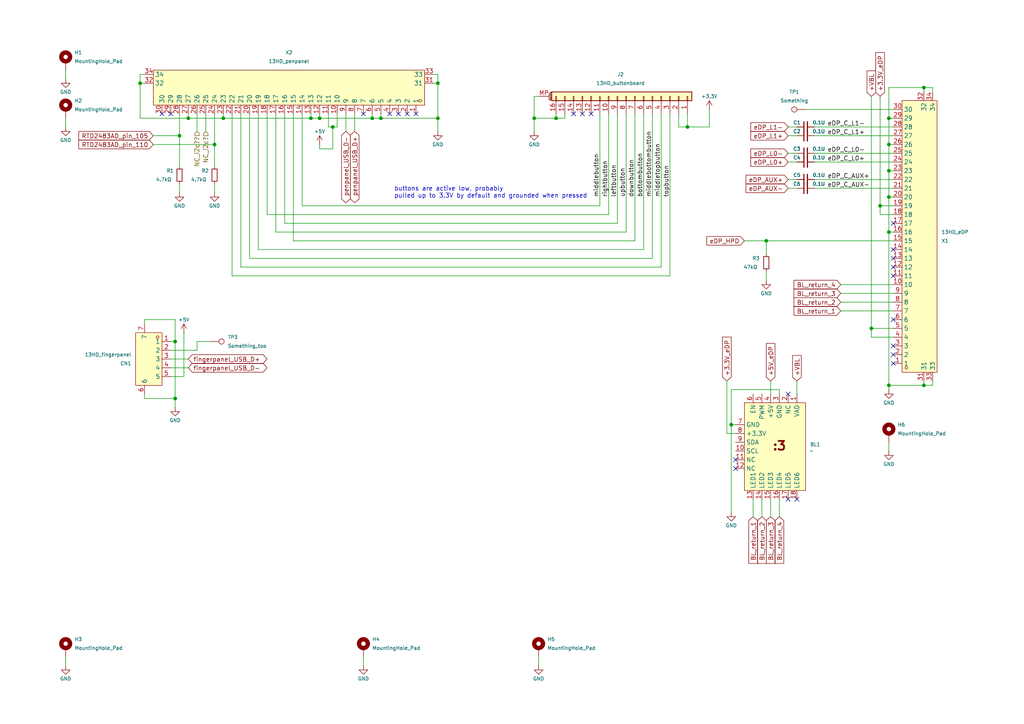
<source format=kicad_sch>
(kicad_sch (version 20231120) (generator "eeschema") (generator_version "8.0")
  (paper "A4")
  (lib_symbols
    (symbol "A_my_stuff:30pipex"
      (property "Reference" "X?" (at 0 46.99 0))
      (property "Value" "30pipex" (at 0 -46.99 0))
      (symbol "30pipex_0_1"
        (rectangle (start -2.54 39.37) (end 7.62 -39.37) (fill (type background)))
        (circle (center -1.27 38.1) (radius 0.38))
        (pin unspecified line (at -5.08 36.83 0) (length 2.54) (name "1") (number "1"))
        (pin unspecified line (at -5.08 13.97 0) (length 2.54) (name "10") (number "10"))
        (pin unspecified line (at -5.08 11.43 0) (length 2.54) (name "11") (number "11"))
        (pin unspecified line (at -5.08 8.89 0) (length 2.54) (name "12") (number "12"))
        (pin unspecified line (at -5.08 6.35 0) (length 2.54) (name "13") (number "13"))
        (pin unspecified line (at -5.08 3.81 0) (length 2.54) (name "14") (number "14"))
        (pin unspecified line (at -5.08 1.27 0) (length 2.54) (name "15") (number "15"))
        (pin unspecified line (at -5.08 -1.27 0) (length 2.54) (name "16") (number "16"))
        (pin unspecified line (at -5.08 -3.81 0) (length 2.54) (name "17") (number "17"))
        (pin unspecified line (at -5.08 -6.35 0) (length 2.54) (name "18") (number "18"))
        (pin unspecified line (at -5.08 -8.89 0) (length 2.54) (name "19") (number "19"))
        (pin unspecified line (at -5.08 34.29 0) (length 2.54) (name "2") (number "2"))
        (pin unspecified line (at -5.08 -11.43 0) (length 2.54) (name "20") (number "20"))
        (pin unspecified line (at -5.08 -13.97 0) (length 2.54) (name "21") (number "21"))
        (pin unspecified line (at -5.08 -16.51 0) (length 2.54) (name "22") (number "22"))
        (pin unspecified line (at -5.08 -19.05 0) (length 2.54) (name "23") (number "23"))
        (pin unspecified line (at -5.08 -21.59 0) (length 2.54) (name "24") (number "24"))
        (pin unspecified line (at -5.08 -24.13 0) (length 2.54) (name "25") (number "25"))
        (pin unspecified line (at -5.08 -26.67 0) (length 2.54) (name "26") (number "26"))
        (pin unspecified line (at -5.08 -29.21 0) (length 2.54) (name "27") (number "27"))
        (pin unspecified line (at -5.08 -31.75 0) (length 2.54) (name "28") (number "28"))
        (pin unspecified line (at -5.08 -34.29 0) (length 2.54) (name "29") (number "29"))
        (pin unspecified line (at -5.08 31.75 0) (length 2.54) (name "3") (number "3"))
        (pin unspecified line (at -5.08 -36.83 0) (length 2.54) (name "30") (number "30"))
        (pin unspecified line (at 3.81 41.91 270) (length 2.54) (name "31") (number "31"))
        (pin unspecified line (at 3.81 -41.91 90) (length 2.54) (name "32") (number "32"))
        (pin unspecified line (at 6.35 41.91 270) (length 2.54) (name "33") (number "33"))
        (pin unspecified line (at 6.35 -41.91 90) (length 2.54) (name "34") (number "34"))
        (pin unspecified line (at -5.08 29.21 0) (length 2.54) (name "4") (number "4"))
        (pin unspecified line (at -5.08 26.67 0) (length 2.54) (name "5") (number "5"))
        (pin unspecified line (at -5.08 24.13 0) (length 2.54) (name "6") (number "6"))
        (pin unspecified line (at -5.08 21.59 0) (length 2.54) (name "7") (number "7"))
        (pin unspecified line (at -5.08 19.05 0) (length 2.54) (name "8") (number "8"))
        (pin unspecified line (at -5.08 16.51 0) (length 2.54) (name "9") (number "9"))
      )
    )
    (symbol "A_my_stuff:koyomi-backlight"
      (property "Reference" "BL" (at 11.684 1.016 0))
      (symbol "koyomi-backlight_0_1"
        (rectangle (start -7.62 12.7) (end 10.16 -12.7) (fill (type background)))
      )
      (symbol "koyomi-backlight_1_1"
        (text ":3" (at 2.54 0.254 0) (effects (font (size 2.54 2.54) (bold yes))))
        (pin unspecified line (at 7.62 15.24 270) (length 2.54) (name "VAD") (number "1"))
        (pin unspecified line (at -10.16 -1.27 0) (length 2.54) (name "SCL") (number "10"))
        (pin unspecified line (at -10.16 -3.81 0) (length 2.54) (name "NC") (number "11"))
        (pin unspecified line (at -10.16 -6.35 0) (length 2.54) (name "NC") (number "12"))
        (pin unspecified line (at -5.08 -15.24 90) (length 2.54) (name "LED1") (number "13"))
        (pin unspecified line (at -2.54 -15.24 90) (length 2.54) (name "LED2") (number "14"))
        (pin unspecified line (at 0 -15.24 90) (length 2.54) (name "LED3") (number "15"))
        (pin unspecified line (at 2.54 -15.24 90) (length 2.54) (name "LED4") (number "16"))
        (pin unspecified line (at 5.08 -15.24 90) (length 2.54) (name "LED5") (number "17"))
        (pin unspecified line (at 7.62 -15.24 90) (length 2.54) (name "LED6") (number "18"))
        (pin unspecified line (at 5.08 15.24 270) (length 2.54) (name "NC") (number "2"))
        (pin unspecified line (at 2.54 15.24 270) (length 2.54) (name "GND") (number "3"))
        (pin unspecified line (at 0 15.24 270) (length 2.54) (name "+5V") (number "4"))
        (pin unspecified line (at -2.54 15.24 270) (length 2.54) (name "PWM") (number "5"))
        (pin unspecified line (at -5.08 15.24 270) (length 2.54) (name "EN") (number "6"))
        (pin unspecified line (at -10.16 6.35 0) (length 2.54) (name "GND") (number "7"))
        (pin unspecified line (at -10.16 3.81 0) (length 2.54) (name "+3.3V") (number "8"))
        (pin unspecified line (at -10.16 1.27 0) (length 2.54) (name "SDA") (number "9"))
      )
    )
    (symbol "A_my_stuff:minitek5p0.8mm"
      (property "Reference" "CN" (at 0 15.24 0))
      (property "Value" "minitek5p0.8mm" (at 0 -15.24 0))
      (symbol "minitek5p0.8mm_0_1"
        (rectangle (start -2.54 7.62) (end 5.08 -7.62) (fill (type background)))
        (circle (center -1.27 6.35) (radius 0.38))
        (pin unspecified line (at -5.08 5.08 0) (length 2.54) (name "1") (number "1"))
        (pin unspecified line (at -5.08 2.54 0) (length 2.54) (name "2") (number "2"))
        (pin unspecified line (at -5.08 0 0) (length 2.54) (name "3") (number "3"))
        (pin unspecified line (at -5.08 -2.54 0) (length 2.54) (name "4") (number "4"))
        (pin unspecified line (at -5.08 -5.08 0) (length 2.54) (name "5") (number "5"))
        (pin unspecified line (at 2.54 -10.16 90) (length 2.54) (name "6") (number "6"))
        (pin unspecified line (at 2.54 10.16 270) (length 2.54) (name "7") (number "7"))
      )
    )
    (symbol "Connector:TestPoint" (pin_numbers hide) (pin_names (offset 0.762) hide)
      (property "Reference" "TP" (at 0 6.858 0))
      (property "Value" "TestPoint" (at 0 5.08 0))
      (symbol "TestPoint_0_1"
        (circle (center 0 3.302) (radius 0.762))
      )
      (symbol "TestPoint_1_1"
        (pin passive line (at 0 0 90) (length 2.54) (name "1") (number "1"))
      )
    )
    (symbol "Connector_Generic_MountingPin:Conn_01x16_MountingPin" (pin_names (offset 1.016) hide)
      (property "Reference" "J" (at 0 20.32 0))
      (property "Value" "Conn_01x16_MountingPin" (at 1.27 -22.86 0))
      (symbol "Conn_01x16_MountingPin_1_1"
        (rectangle (start -1.27 -20.193) (end 0 -20.447) (stroke (width 0.1524)))
        (rectangle (start -1.27 -17.653) (end 0 -17.907) (stroke (width 0.1524)))
        (rectangle (start -1.27 -15.113) (end 0 -15.367) (stroke (width 0.1524)))
        (rectangle (start -1.27 -12.573) (end 0 -12.827) (stroke (width 0.1524)))
        (rectangle (start -1.27 -10.033) (end 0 -10.287) (stroke (width 0.1524)))
        (rectangle (start -1.27 -7.493) (end 0 -7.747) (stroke (width 0.1524)))
        (rectangle (start -1.27 -4.953) (end 0 -5.207) (stroke (width 0.1524)))
        (rectangle (start -1.27 -2.413) (end 0 -2.667) (stroke (width 0.1524)))
        (rectangle (start -1.27 0.127) (end 0 -0.127) (stroke (width 0.1524)))
        (rectangle (start -1.27 2.667) (end 0 2.413) (stroke (width 0.1524)))
        (rectangle (start -1.27 5.207) (end 0 4.953) (stroke (width 0.1524)))
        (rectangle (start -1.27 7.747) (end 0 7.493) (stroke (width 0.1524)))
        (rectangle (start -1.27 10.287) (end 0 10.033) (stroke (width 0.1524)))
        (rectangle (start -1.27 12.827) (end 0 12.573) (stroke (width 0.1524)))
        (rectangle (start -1.27 15.367) (end 0 15.113) (stroke (width 0.1524)))
        (rectangle (start -1.27 17.907) (end 0 17.653) (stroke (width 0.1524)))
        (rectangle (start -1.27 19.05) (end 1.27 -21.59) (stroke (width 0.254)) (fill (type background)))
        (polyline (pts (xy -1.016 -22.352) (xy 1.016 -22.352)) (stroke (width 0.1524)))
        (text "Mounting" (at 0 -21.971 0) (effects (font (size 0.381 0.381))))
        (pin passive line (at -5.08 17.78 0) (length 3.81) (name "Pin_1") (number "1"))
        (pin passive line (at -5.08 -5.08 0) (length 3.81) (name "Pin_10") (number "10"))
        (pin passive line (at -5.08 -7.62 0) (length 3.81) (name "Pin_11") (number "11"))
        (pin passive line (at -5.08 -10.16 0) (length 3.81) (name "Pin_12") (number "12"))
        (pin passive line (at -5.08 -12.7 0) (length 3.81) (name "Pin_13") (number "13"))
        (pin passive line (at -5.08 -15.24 0) (length 3.81) (name "Pin_14") (number "14"))
        (pin passive line (at -5.08 -17.78 0) (length 3.81) (name "Pin_15") (number "15"))
        (pin passive line (at -5.08 -20.32 0) (length 3.81) (name "Pin_16") (number "16"))
        (pin passive line (at -5.08 15.24 0) (length 3.81) (name "Pin_2") (number "2"))
        (pin passive line (at -5.08 12.7 0) (length 3.81) (name "Pin_3") (number "3"))
        (pin passive line (at -5.08 10.16 0) (length 3.81) (name "Pin_4") (number "4"))
        (pin passive line (at -5.08 7.62 0) (length 3.81) (name "Pin_5") (number "5"))
        (pin passive line (at -5.08 5.08 0) (length 3.81) (name "Pin_6") (number "6"))
        (pin passive line (at -5.08 2.54 0) (length 3.81) (name "Pin_7") (number "7"))
        (pin passive line (at -5.08 0 0) (length 3.81) (name "Pin_8") (number "8"))
        (pin passive line (at -5.08 -2.54 0) (length 3.81) (name "Pin_9") (number "9"))
        (pin passive line (at 0 -25.4 90) (length 3.048) (name "MountPin") (number "MP"))
      )
    )
    (symbol "Device:C_Small" (pin_numbers hide) (pin_names (offset 0.254) hide)
      (property "Reference" "C" (at 0.254 1.778 0))
      (property "Value" "C_Small" (at 0.254 -2.032 0))
      (symbol "C_Small_0_1"
        (polyline (pts (xy -1.524 -0.508) (xy 1.524 -0.508)) (stroke (width 0.3302)))
        (polyline (pts (xy -1.524 0.508) (xy 1.524 0.508)) (stroke (width 0.3048)))
      )
      (symbol "C_Small_1_1"
        (pin passive line (at 0 2.54 270) (length 2.032) (name "~") (number "1"))
        (pin passive line (at 0 -2.54 90) (length 2.032) (name "~") (number "2"))
      )
    )
    (symbol "Device:R_Small" (pin_numbers hide) (pin_names (offset 0.254) hide)
      (property "Reference" "R" (at 0.762 0.508 0))
      (property "Value" "R_Small" (at 0.762 -1.016 0))
      (symbol "R_Small_0_1"
        (rectangle (start -0.762 1.778) (end 0.762 -1.778) (stroke (width 0.2032)))
      )
      (symbol "R_Small_1_1"
        (pin passive line (at 0 2.54 270) (length 0.762) (name "~") (number "1"))
        (pin passive line (at 0 -2.54 90) (length 0.762) (name "~") (number "2"))
      )
    )
    (symbol "Mechanical:MountingHole_Pad" (pin_numbers hide) (pin_names (offset 1.016) hide) (exclude_from_sim yes) (in_bom no)
      (property "Reference" "H" (at 0 6.35 0))
      (property "Value" "MountingHole_Pad" (at 0 4.445 0))
      (symbol "MountingHole_Pad_0_1"
        (circle (center 0 1.27) (radius 1.27) (stroke (width 1.27)))
      )
      (symbol "MountingHole_Pad_1_1"
        (pin input line (at 0 -2.54 90) (length 2.54) (name "1") (number "1"))
      )
    )
    (symbol "power:+3.3V" (power) (pin_numbers hide) (pin_names (offset 0) hide)
      (property "Value" "+3.3V" (at 0 3.556 0))
      (symbol "+3.3V_0_1"
        (polyline (pts (xy -0.762 1.27) (xy 0 2.54)))
        (polyline (pts (xy 0 0) (xy 0 2.54)))
        (polyline (pts (xy 0 2.54) (xy 0.762 1.27)))
      )
      (symbol "+3.3V_1_1"
        (pin power_in line (at 0 0 90) (length 0) (name "~") (number "1"))
      )
    )
    (symbol "power:+5V" (power) (pin_numbers hide) (pin_names (offset 0) hide)
      (property "Value" "+5V" (at 0 3.556 0))
      (symbol "+5V_0_1"
        (polyline (pts (xy -0.762 1.27) (xy 0 2.54)))
        (polyline (pts (xy 0 0) (xy 0 2.54)))
        (polyline (pts (xy 0 2.54) (xy 0.762 1.27)))
      )
      (symbol "+5V_1_1"
        (pin power_in line (at 0 0 90) (length 0) (name "~") (number "1"))
      )
    )
    (symbol "power:GND" (power) (pin_numbers hide) (pin_names (offset 0) hide)
      (property "Value" "GND" (at 0 -3.81 0))
      (symbol "GND_0_1"
        (polyline (pts (xy 0 0) (xy 0 -1.27) (xy 1.27 -1.27) (xy 0 -2.54) (xy -1.27 -1.27) (xy 0 -1.27)))
      )
      (symbol "GND_1_1"
        (pin power_in line (at 0 0 270) (length 0) (name "~") (number "1"))
      )
    )
  )
  (junction (at 62.23 41.91))
  (junction (at 52.07 39.37))
  (junction (at 107.95 34.29))
  (junction (at 161.29 34.29))
  (junction (at 50.8 115.57))
  (junction (at 257.81 111.76))
  (junction (at 127 24.13))
  (junction (at 257.81 57.15))
  (junction (at 54.61 34.29))
  (junction (at 222.25 69.85))
  (junction (at 110.49 34.29))
  (junction (at 90.17 34.29))
  (junction (at 40.64 24.13))
  (junction (at 127 34.29))
  (junction (at 257.81 67.31))
  (junction (at 267.97 25.4))
  (junction (at 257.81 34.29))
  (junction (at 154.94 34.29))
  (junction (at 212.09 123.19))
  (junction (at 96.52 36.83))
  (junction (at 257.81 41.91))
  (junction (at 255.27 59.69))
  (junction (at 257.81 49.53))
  (junction (at 92.71 34.29))
  (junction (at 199.39 36.83))
  (junction (at 50.8 99.06))
  (junction (at 64.77 34.29))
  (junction (at 252.73 95.25))
  (junction (at 267.97 111.76))
  (no_connect (at 213.36 133.35))
  (no_connect (at 105.41 33.02))
  (no_connect (at 231.14 144.78))
  (no_connect (at 259.08 74.93))
  (no_connect (at 259.08 80.01))
  (no_connect (at 46.99 33.02))
  (no_connect (at 259.08 64.77))
  (no_connect (at 228.6 114.3))
  (no_connect (at 259.08 102.87))
  (no_connect (at 115.57 33.02))
  (no_connect (at 213.36 135.89))
  (no_connect (at 171.45 33.02))
  (no_connect (at 49.53 33.02))
  (no_connect (at 259.08 92.71))
  (no_connect (at 120.65 33.02))
  (no_connect (at 166.37 33.02))
  (no_connect (at 259.08 105.41))
  (no_connect (at 259.08 77.47))
  (no_connect (at 168.91 33.02))
  (no_connect (at 113.03 33.02))
  (no_connect (at 259.08 72.39))
  (no_connect (at 228.6 144.78))
  (no_connect (at 118.11 33.02))
  (no_connect (at 259.08 100.33))
  (wire (pts (xy 270.51 26.67) (xy 270.51 25.4)))
  (wire (pts (xy 40.64 21.59) (xy 40.64 24.13)))
  (wire (pts (xy 259.08 31.75) (xy 233.68 31.75)))
  (wire (pts (xy 54.61 33.02) (xy 54.61 34.29)))
  (wire (pts (xy 257.81 34.29) (xy 257.81 41.91)))
  (wire (pts (xy 41.91 21.59) (xy 40.64 21.59)))
  (wire (pts (xy 54.61 104.14) (xy 49.53 104.14)))
  (wire (pts (xy 40.64 34.29) (xy 54.61 34.29)))
  (wire (pts (xy 44.45 41.91) (xy 62.23 41.91)))
  (wire (pts (xy 252.73 95.25) (xy 259.08 95.25)))
  (wire (pts (xy 236.22 44.45) (xy 259.08 44.45)))
  (wire (pts (xy 62.23 48.26) (xy 62.23 41.91)))
  (wire (pts (xy 220.98 144.78) (xy 220.98 149.86)))
  (wire (pts (xy 52.07 55.88) (xy 52.07 53.34)))
  (wire (pts (xy 255.27 59.69) (xy 259.08 59.69)))
  (wire (pts (xy 259.08 49.53) (xy 257.81 49.53)))
  (wire (pts (xy 259.08 57.15) (xy 257.81 57.15)))
  (wire (pts (xy 161.29 34.29) (xy 154.94 34.29)))
  (wire (pts (xy 179.07 33.02) (xy 179.07 64.77)))
  (wire (pts (xy 236.22 54.61) (xy 259.08 54.61)))
  (wire (pts (xy 97.79 33.02) (xy 97.79 36.83)))
  (wire (pts (xy 257.81 49.53) (xy 257.81 57.15)))
  (wire (pts (xy 259.08 67.31) (xy 257.81 67.31)))
  (wire (pts (xy 72.39 74.93) (xy 72.39 33.02)))
  (wire (pts (xy 236.22 52.07) (xy 259.08 52.07)))
  (wire (pts (xy 259.08 34.29) (xy 257.81 34.29)))
  (wire (pts (xy 243.84 82.55) (xy 259.08 82.55)))
  (wire (pts (xy 57.15 101.6) (xy 49.53 101.6)))
  (wire (pts (xy 110.49 34.29) (xy 127 34.29)))
  (wire (pts (xy 184.15 69.85) (xy 85.09 69.85)))
  (wire (pts (xy 41.91 92.71) (xy 41.91 93.98)))
  (wire (pts (xy 96.52 36.83) (xy 95.25 36.83)))
  (wire (pts (xy 105.41 193.04) (xy 105.41 190.5)))
  (wire (pts (xy 163.83 34.29) (xy 161.29 34.29)))
  (wire (pts (xy 44.45 39.37) (xy 52.07 39.37)))
  (wire (pts (xy 226.06 114.3) (xy 226.06 113.03)))
  (wire (pts (xy 154.94 34.29) (xy 154.94 27.94)))
  (wire (pts (xy 96.52 43.18) (xy 96.52 36.83)))
  (wire (pts (xy 267.97 25.4) (xy 257.81 25.4)))
  (wire (pts (xy 199.39 33.02) (xy 199.39 36.83)))
  (wire (pts (xy 194.31 80.01) (xy 67.31 80.01)))
  (wire (pts (xy 267.97 111.76) (xy 270.51 111.76)))
  (wire (pts (xy 52.07 39.37) (xy 52.07 48.26)))
  (wire (pts (xy 90.17 34.29) (xy 92.71 34.29)))
  (wire (pts (xy 255.27 27.94) (xy 255.27 59.69)))
  (wire (pts (xy 50.8 118.11) (xy 50.8 115.57)))
  (wire (pts (xy 64.77 34.29) (xy 90.17 34.29)))
  (wire (pts (xy 270.51 25.4) (xy 267.97 25.4)))
  (wire (pts (xy 57.15 33.02) (xy 57.15 38.1)))
  (wire (pts (xy 257.81 111.76) (xy 267.97 111.76)))
  (wire (pts (xy 92.71 33.02) (xy 92.71 34.29)))
  (wire (pts (xy 163.83 33.02) (xy 163.83 34.29)))
  (wire (pts (xy 41.91 24.13) (xy 40.64 24.13)))
  (wire (pts (xy 231.14 36.83) (xy 228.6 36.83)))
  (wire (pts (xy 236.22 36.83) (xy 259.08 36.83)))
  (wire (pts (xy 257.81 41.91) (xy 257.81 49.53)))
  (wire (pts (xy 223.52 144.78) (xy 223.52 149.86)))
  (wire (pts (xy 270.51 111.76) (xy 270.51 110.49)))
  (wire (pts (xy 53.34 96.52) (xy 53.34 109.22)))
  (wire (pts (xy 127 38.1) (xy 127 34.29)))
  (wire (pts (xy 60.96 99.06) (xy 57.15 99.06)))
  (wire (pts (xy 189.23 33.02) (xy 189.23 74.93)))
  (wire (pts (xy 252.73 27.94) (xy 252.73 95.25)))
  (wire (pts (xy 228.6 52.07) (xy 231.14 52.07)))
  (wire (pts (xy 210.82 110.49) (xy 210.82 125.73)))
  (wire (pts (xy 236.22 39.37) (xy 259.08 39.37)))
  (wire (pts (xy 194.31 33.02) (xy 194.31 80.01)))
  (wire (pts (xy 222.25 69.85) (xy 259.08 69.85)))
  (wire (pts (xy 19.05 36.83) (xy 19.05 34.29)))
  (wire (pts (xy 191.77 77.47) (xy 69.85 77.47)))
  (wire (pts (xy 154.94 38.1) (xy 154.94 34.29)))
  (wire (pts (xy 127 21.59) (xy 127 24.13)))
  (wire (pts (xy 243.84 85.09) (xy 259.08 85.09)))
  (wire (pts (xy 100.33 33.02) (xy 100.33 38.1)))
  (wire (pts (xy 257.81 130.81) (xy 257.81 128.27)))
  (wire (pts (xy 57.15 99.06) (xy 57.15 101.6)))
  (wire (pts (xy 161.29 33.02) (xy 161.29 34.29)))
  (wire (pts (xy 102.87 38.1) (xy 102.87 33.02)))
  (wire (pts (xy 259.08 41.91) (xy 257.81 41.91)))
  (wire (pts (xy 82.55 64.77) (xy 82.55 33.02)))
  (wire (pts (xy 110.49 33.02) (xy 110.49 34.29)))
  (wire (pts (xy 90.17 33.02) (xy 90.17 34.29)))
  (wire (pts (xy 41.91 114.3) (xy 41.91 115.57)))
  (wire (pts (xy 77.47 62.23) (xy 176.53 62.23)))
  (wire (pts (xy 173.99 33.02) (xy 173.99 59.69)))
  (wire (pts (xy 267.97 110.49) (xy 267.97 111.76)))
  (wire (pts (xy 243.84 90.17) (xy 259.08 90.17)))
  (wire (pts (xy 92.71 43.18) (xy 96.52 43.18)))
  (wire (pts (xy 74.93 72.39) (xy 74.93 33.02)))
  (wire (pts (xy 228.6 54.61) (xy 231.14 54.61)))
  (wire (pts (xy 223.52 110.49) (xy 223.52 114.3)))
  (wire (pts (xy 186.69 72.39) (xy 74.93 72.39)))
  (wire (pts (xy 41.91 115.57) (xy 50.8 115.57)))
  (wire (pts (xy 210.82 125.73) (xy 213.36 125.73)))
  (wire (pts (xy 92.71 34.29) (xy 107.95 34.29)))
  (wire (pts (xy 184.15 33.02) (xy 184.15 69.85)))
  (wire (pts (xy 19.05 193.04) (xy 19.05 190.5)))
  (wire (pts (xy 54.61 106.68) (xy 49.53 106.68)))
  (wire (pts (xy 50.8 92.71) (xy 50.8 99.06)))
  (wire (pts (xy 181.61 33.02) (xy 181.61 67.31)))
  (wire (pts (xy 92.71 41.91) (xy 92.71 43.18)))
  (wire (pts (xy 179.07 64.77) (xy 82.55 64.77)))
  (wire (pts (xy 69.85 77.47) (xy 69.85 33.02)))
  (wire (pts (xy 125.73 24.13) (xy 127 24.13)))
  (wire (pts (xy 107.95 33.02) (xy 107.95 34.29)))
  (wire (pts (xy 255.27 59.69) (xy 255.27 62.23)))
  (wire (pts (xy 41.91 92.71) (xy 50.8 92.71)))
  (wire (pts (xy 257.81 113.03) (xy 257.81 111.76)))
  (wire (pts (xy 228.6 46.99) (xy 231.14 46.99)))
  (wire (pts (xy 87.63 59.69) (xy 87.63 33.02)))
  (wire (pts (xy 181.61 67.31) (xy 80.01 67.31)))
  (wire (pts (xy 62.23 41.91) (xy 62.23 33.02)))
  (wire (pts (xy 228.6 44.45) (xy 231.14 44.45)))
  (wire (pts (xy 236.22 46.99) (xy 259.08 46.99)))
  (wire (pts (xy 231.14 114.3) (xy 231.14 110.49)))
  (wire (pts (xy 154.94 27.94) (xy 156.21 27.94)))
  (wire (pts (xy 77.47 33.02) (xy 77.47 62.23)))
  (wire (pts (xy 54.61 34.29) (xy 64.77 34.29)))
  (wire (pts (xy 259.08 87.63) (xy 243.84 87.63)))
  (wire (pts (xy 19.05 22.86) (xy 19.05 20.32)))
  (wire (pts (xy 52.07 33.02) (xy 52.07 39.37)))
  (wire (pts (xy 205.74 36.83) (xy 199.39 36.83)))
  (wire (pts (xy 85.09 69.85) (xy 85.09 33.02)))
  (wire (pts (xy 259.08 97.79) (xy 252.73 97.79)))
  (wire (pts (xy 226.06 144.78) (xy 226.06 149.86)))
  (wire (pts (xy 218.44 149.86) (xy 218.44 144.78)))
  (wire (pts (xy 267.97 26.67) (xy 267.97 25.4)))
  (wire (pts (xy 67.31 80.01) (xy 67.31 33.02)))
  (wire (pts (xy 107.95 34.29) (xy 110.49 34.29)))
  (wire (pts (xy 189.23 74.93) (xy 72.39 74.93)))
  (wire (pts (xy 64.77 34.29) (xy 64.77 33.02)))
  (wire (pts (xy 257.81 25.4) (xy 257.81 34.29)))
  (wire (pts (xy 255.27 62.23) (xy 259.08 62.23)))
  (wire (pts (xy 222.25 81.28) (xy 222.25 78.74)))
  (wire (pts (xy 40.64 24.13) (xy 40.64 34.29)))
  (wire (pts (xy 196.85 36.83) (xy 196.85 33.02)))
  (wire (pts (xy 80.01 67.31) (xy 80.01 33.02)))
  (wire (pts (xy 222.25 73.66) (xy 222.25 69.85)))
  (wire (pts (xy 176.53 33.02) (xy 176.53 62.23)))
  (wire (pts (xy 59.69 33.02) (xy 59.69 38.1)))
  (wire (pts (xy 97.79 36.83) (xy 96.52 36.83)))
  (wire (pts (xy 127 21.59) (xy 125.73 21.59)))
  (wire (pts (xy 53.34 109.22) (xy 49.53 109.22)))
  (wire (pts (xy 226.06 113.03) (xy 212.09 113.03)))
  (wire (pts (xy 212.09 148.59) (xy 212.09 123.19)))
  (wire (pts (xy 257.81 57.15) (xy 257.81 67.31)))
  (wire (pts (xy 252.73 97.79) (xy 252.73 95.25)))
  (wire (pts (xy 212.09 123.19) (xy 213.36 123.19)))
  (wire (pts (xy 95.25 36.83) (xy 95.25 33.02)))
  (wire (pts (xy 257.81 67.31) (xy 257.81 111.76)))
  (wire (pts (xy 186.69 33.02) (xy 186.69 72.39)))
  (wire (pts (xy 205.74 31.75) (xy 205.74 36.83)))
  (wire (pts (xy 228.6 39.37) (xy 231.14 39.37)))
  (wire (pts (xy 191.77 33.02) (xy 191.77 77.47)))
  (wire (pts (xy 127 24.13) (xy 127 34.29)))
  (wire (pts (xy 156.21 193.04) (xy 156.21 190.5)))
  (wire (pts (xy 62.23 55.88) (xy 62.23 53.34)))
  (wire (pts (xy 173.99 59.69) (xy 87.63 59.69)))
  (wire (pts (xy 199.39 36.83) (xy 196.85 36.83)))
  (wire (pts (xy 215.9 69.85) (xy 222.25 69.85)))
  (wire (pts (xy 212.09 113.03) (xy 212.09 123.19)))
  (wire (pts (xy 50.8 99.06) (xy 50.8 115.57)))
  (wire (pts (xy 50.8 99.06) (xy 49.53 99.06)))
  (text "buttons are active low, probably\npulled up to 3.3V by default and grounded when pressed" (at 114.3 55.88 0) (effects (font (size 1.27 1.27)) (justify left)))
  (label "bottombutton" (at 186.69 57.15 90))
  (label "eDP_C_AUX+" (at 240.03 52.07 0))
  (label "rightbutton" (at 176.53 57.15 90))
  (label "middlebutton" (at 173.99 57.15 90))
  (label "upbutton" (at 181.61 57.15 90))
  (label "eDP_C_L0+" (at 240.03 46.99 0))
  (label "downbutton" (at 184.15 57.15 90))
  (label "eDP_C_L0-" (at 240.03 44.45 0))
  (label "middlebottombutton" (at 189.23 57.15 90))
  (label "eDP_C_AUX-" (at 240.03 54.61 0))
  (label "leftbutton" (at 179.07 57.15 90))
  (label "eDP_C_L1-" (at 240.03 36.83 0))
  (label "topbutton" (at 194.31 57.15 90))
  (label "eDP_C_L1+" (at 240.03 39.37 0))
  (label "middletopbutton" (at 191.77 57.15 90))
  (global_label "eDP_L1-" (shape input) (at 228.6 36.83 180) (property "Intersheetrefs" "${INTERSHEET_REFS}" (effects (hide yes))))
  (global_label "RTD2483AD_pin_110" (shape input) (at 44.45 41.91 180) (property "Intersheetrefs" "${INTERSHEET_REFS}" (effects (hide yes))))
  (global_label "+3.3V_eDP" (shape input) (at 210.82 110.49 90) (property "Intersheetrefs" "${INTERSHEET_REFS}" (effects (hide yes))))
  (global_label "BL_return_4" (shape input) (at 226.06 149.86 270) (property "Intersheetrefs" "${INTERSHEET_REFS}" (effects (hide yes))))
  (global_label "BL_return_2" (shape input) (at 243.84 87.63 180) (property "Intersheetrefs" "${INTERSHEET_REFS}" (effects (hide yes))))
  (global_label "BL_return_1" (shape input) (at 243.84 90.17 180) (property "Intersheetrefs" "${INTERSHEET_REFS}" (effects (hide yes))))
  (global_label "penpanel_USB_D+" (shape bidirectional) (at 102.87 38.1 270) (property "Intersheetrefs" "${INTERSHEET_REFS}" (effects (hide yes))))
  (global_label "+5V_eDP" (shape input) (at 223.52 110.49 90) (property "Intersheetrefs" "${INTERSHEET_REFS}" (effects (hide yes))))
  (global_label "fingerpanel_USB_D+" (shape bidirectional) (at 54.61 104.14 0) (property "Intersheetrefs" "${INTERSHEET_REFS}" (effects (hide yes))))
  (global_label "BL_return_3" (shape input) (at 243.84 85.09 180) (property "Intersheetrefs" "${INTERSHEET_REFS}" (effects (hide yes))))
  (global_label "eDP_HPD" (shape input) (at 215.9 69.85 180) (property "Intersheetrefs" "${INTERSHEET_REFS}" (effects (hide yes))))
  (global_label "eDP_AUX-" (shape input) (at 228.6 54.61 180) (property "Intersheetrefs" "${INTERSHEET_REFS}" (effects (hide yes))))
  (global_label "BL_return_3" (shape input) (at 223.52 149.86 270) (property "Intersheetrefs" "${INTERSHEET_REFS}" (effects (hide yes))))
  (global_label "RTD2483AD_pin_105" (shape input) (at 44.45 39.37 180) (property "Intersheetrefs" "${INTERSHEET_REFS}" (effects (hide yes))))
  (global_label "eDP_AUX+" (shape input) (at 228.6 52.07 180) (property "Intersheetrefs" "${INTERSHEET_REFS}" (effects (hide yes))))
  (global_label "+3.3V_eDP" (shape input) (at 255.27 27.94 90) (property "Intersheetrefs" "${INTERSHEET_REFS}" (effects (hide yes))))
  (global_label "BL_return_2" (shape input) (at 220.98 149.86 270) (property "Intersheetrefs" "${INTERSHEET_REFS}" (effects (hide yes))))
  (global_label "penpanel_USB_D-" (shape bidirectional) (at 100.33 38.1 270) (property "Intersheetrefs" "${INTERSHEET_REFS}" (effects (hide yes))))
  (global_label "+VBL" (shape input) (at 252.73 27.94 90) (property "Intersheetrefs" "${INTERSHEET_REFS}" (effects (hide yes))))
  (global_label "BL_return_1" (shape input) (at 218.44 149.86 270) (property "Intersheetrefs" "${INTERSHEET_REFS}" (effects (hide yes))))
  (global_label "eDP_L0+" (shape input) (at 228.6 46.99 180) (property "Intersheetrefs" "${INTERSHEET_REFS}" (effects (hide yes))))
  (global_label "eDP_L1+" (shape input) (at 228.6 39.37 180) (property "Intersheetrefs" "${INTERSHEET_REFS}" (effects (hide yes))))
  (global_label "eDP_L0-" (shape input) (at 228.6 44.45 180) (property "Intersheetrefs" "${INTERSHEET_REFS}" (effects (hide yes))))
  (global_label "+VBL" (shape input) (at 231.14 110.49 90) (property "Intersheetrefs" "${INTERSHEET_REFS}" (effects (hide yes))))
  (global_label "fingerpanel_USB_D-" (shape bidirectional) (at 54.61 106.68 0) (property "Intersheetrefs" "${INTERSHEET_REFS}" (effects (hide yes))))
  (global_label "BL_return_4" (shape input) (at 243.84 82.55 180) (property "Intersheetrefs" "${INTERSHEET_REFS}" (effects (hide yes))))
  (hierarchical_label "NC_i2c?" (shape input) (at 59.69 38.1 270))
  (hierarchical_label "NC_i2c??" (shape input) (at 57.15 38.1 270))
  (symbol (lib_id "power:GND") (at 257.81 130.81 0) (unit 1)
    (property "Reference" "#PWR017" (effects (hide yes)))
    (property "Value" "GND" (at 257.81 134.62 0) (effects (font (size 1.016 1.016))))
    (property "Description" "Power symbol creates a global label with name \"GND\" , ground" (effects (hide yes)))
  )
  (symbol (lib_id "Mechanical:MountingHole_Pad") (at 156.21 187.96 0) (unit 1) (exclude_from_sim yes) (in_bom no)
    (property "Reference" "H5" (at 158.75 185.4199 0) (effects (font (size 1.016 1.016)) (justify left)))
    (property "Value" "MountingHole_Pad" (at 158.75 187.9599 0) (effects (font (size 1.016 1.016)) (justify left)))
    (property "Footprint" "MountingHole:MountingHole_2.2mm_M2_DIN965_Pad" (effects (hide yes)))
    (property "Description" "Mounting Hole with connection" (effects (hide yes)))
  )
  (symbol (lib_id "power:+5V") (at 92.71 41.91 0) (unit 1)
    (property "Reference" "#PWR011" (effects (hide yes)))
    (property "Value" "+5V" (at 92.71 38.1 0) (effects (font (size 1.016 1.016))))
    (property "Description" "Power symbol creates a global label with name \"+5V\"" (effects (hide yes)))
  )
  (symbol (lib_id "Device:C_Small") (at 233.68 36.83 90) (unit 1)
    (property "Reference" "C1" (at 231.14 35.56 90) (effects (font (size 1.016 1.016))))
    (property "Value" "0.1U" (at 237.49 35.56 90) (effects (font (size 1.016 1.016))))
    (property "Footprint" "Capacitor_SMD:C_0402_1005Metric" (effects (hide yes)))
    (property "Description" "Unpolarized capacitor, small symbol" (effects (hide yes)))
  )
  (symbol (lib_id "Connector:TestPoint") (at 233.68 31.75 90) (unit 1)
    (property "Reference" "TP1" (at 230.378 26.67 90) (effects (font (size 1.016 1.016))))
    (property "Value" "Something" (at 230.378 29.21 90) (effects (font (size 1.016 1.016))))
    (property "Footprint" "TestPoint:TestPoint_THTPad_D1.5mm_Drill0.7mm" (effects (hide yes)))
    (property "Description" "test point" (effects (hide yes)))
  )
  (symbol (lib_id "power:GND") (at 19.05 22.86 0) (unit 1)
    (property "Reference" "#PWR01" (effects (hide yes)))
    (property "Value" "GND" (at 19.05 26.67 0) (effects (font (size 1.016 1.016))))
    (property "Description" "Power symbol creates a global label with name \"GND\" , ground" (effects (hide yes)))
  )
  (symbol (lib_id "power:GND") (at 105.41 193.04 0) (unit 1)
    (property "Reference" "#PWR012" (effects (hide yes)))
    (property "Value" "GND" (at 105.41 196.85 0) (effects (font (size 1.016 1.016))))
    (property "Description" "Power symbol creates a global label with name \"GND\" , ground" (effects (hide yes)))
  )
  (symbol (lib_id "Mechanical:MountingHole_Pad") (at 19.05 31.75 0) (unit 1) (exclude_from_sim yes) (in_bom no)
    (property "Reference" "H2" (at 21.59 29.2099 0) (effects (font (size 1.016 1.016)) (justify left)))
    (property "Value" "MountingHole_Pad" (at 21.59 31.7499 0) (effects (font (size 1.016 1.016)) (justify left)))
    (property "Footprint" "MountingHole:MountingHole_2.2mm_M2_DIN965_Pad" (effects (hide yes)))
    (property "Description" "Mounting Hole with connection" (effects (hide yes)))
  )
  (symbol (lib_id "power:GND") (at 154.94 38.1 0) (unit 1)
    (property "Reference" "#PWR014" (effects (hide yes)))
    (property "Value" "GND" (at 154.94 41.91 0) (effects (font (size 1.016 1.016))))
    (property "Description" "Power symbol creates a global label with name \"GND\" , ground" (effects (hide yes)))
  )
  (symbol (lib_id "power:GND") (at 62.23 55.88 0) (unit 1)
    (property "Reference" "#PWR010" (effects (hide yes)))
    (property "Value" "GND" (at 62.23 59.69 0) (effects (font (size 1.016 1.016))))
    (property "Description" "Power symbol creates a global label with name \"GND\" , ground" (effects (hide yes)))
  )
  (symbol (lib_id "A_my_stuff:koyomi-backlight") (at 223.52 129.54 0) (unit 1)
    (property "Reference" "BL1" (at 234.95 128.9049 0) (effects (font (size 1.016 1.016)) (justify left)))
    (property "Value" "~" (at 234.95 130.81 0) (effects (font (size 1.016 1.016)) (justify left)))
    (property "Footprint" "A_my_stuff:koyomi-backlight" (effects (hide yes)))
  )
  (symbol (lib_id "Mechanical:MountingHole_Pad") (at 257.81 125.73 0) (unit 1) (exclude_from_sim yes) (in_bom no)
    (property "Reference" "H6" (at 260.35 123.1899 0) (effects (font (size 1.016 1.016)) (justify left)))
    (property "Value" "MountingHole_Pad" (at 260.35 125.7299 0) (effects (font (size 1.016 1.016)) (justify left)))
    (property "Footprint" "MountingHole:MountingHole_2.2mm_M2_DIN965_Pad" (effects (hide yes)))
    (property "Description" "Mounting Hole with connection" (effects (hide yes)))
  )
  (symbol (lib_id "Device:C_Small") (at 233.68 39.37 90) (unit 1)
    (property "Reference" "C2" (at 231.14 38.1 90) (effects (font (size 1.016 1.016))))
    (property "Value" "0.1U" (at 237.49 38.1 90) (effects (font (size 1.016 1.016))))
    (property "Footprint" "Capacitor_SMD:C_0402_1005Metric" (effects (hide yes)))
    (property "Description" "Unpolarized capacitor, small symbol" (effects (hide yes)))
  )
  (symbol (lib_id "Device:R_Small") (at 222.25 76.2 0) (unit 1)
    (property "Reference" "R3" (at 218.186 74.93 0) (effects (font (size 1.016 1.016)) (justify left)))
    (property "Value" "47kΩ" (at 215.646 77.47 0) (effects (font (size 1.016 1.016)) (justify left)))
    (property "Footprint" "Resistor_SMD:R_0603_1608Metric" (effects (hide yes)))
    (property "Description" "Resistor, small symbol" (effects (hide yes)))
  )
  (symbol (lib_id "power:+3.3V") (at 205.74 31.75 0) (unit 1)
    (property "Reference" "#PWR016" (effects (hide yes)))
    (property "Value" "+3.3V" (at 205.74 27.94 0) (effects (font (size 1.016 1.016))))
    (property "Description" "Power symbol creates a global label with name \"+3.3V\"" (effects (hide yes)))
  )
  (symbol (lib_id "Connector:TestPoint") (at 60.96 99.06 270) (unit 1)
    (property "Reference" "TP3" (at 66.04 97.7899 90) (effects (font (size 1.016 1.016)) (justify left)))
    (property "Value" "Something_too" (at 66.04 100.3299 90) (effects (font (size 1.016 1.016)) (justify left)))
    (property "Footprint" "TestPoint:TestPoint_THTPad_D1.5mm_Drill0.7mm" (effects (hide yes)))
    (property "Description" "test point" (effects (hide yes)))
  )
  (symbol (lib_id "power:GND") (at 19.05 193.04 0) (unit 1)
    (property "Reference" "#PWR03" (effects (hide yes)))
    (property "Value" "GND" (at 19.05 196.85 0) (effects (font (size 1.016 1.016))))
    (property "Description" "Power symbol creates a global label with name \"GND\" , ground" (effects (hide yes)))
  )
  (symbol (lib_id "Device:C_Small") (at 233.68 46.99 90) (unit 1)
    (property "Reference" "C4" (at 231.14 45.72 90) (effects (font (size 1.016 1.016))))
    (property "Value" "0.1U" (at 237.49 45.72 90) (effects (font (size 1.016 1.016))))
    (property "Footprint" "Capacitor_SMD:C_0402_1005Metric" (effects (hide yes)))
    (property "Description" "Unpolarized capacitor, small symbol" (effects (hide yes)))
  )
  (symbol (lib_id "A_my_stuff:30pipex") (at 83.82 27.94 270) (mirror x) (unit 1)
    (property "Reference" "X2" (at 83.82 15.24 90) (effects (font (size 1.016 1.016))))
    (property "Value" "13HD_penpanel" (at 83.82 17.78 90) (effects (font (size 1.016 1.016))))
    (property "Footprint" "A_my_stuff:30pipex" (effects (hide yes)))
    (property "LCSC Part" "C2842535" (effects (hide yes)))
  )
  (symbol (lib_id "power:+5V") (at 53.34 96.52 0) (unit 1)
    (property "Reference" "#PWR07" (effects (hide yes)))
    (property "Value" "+5V" (at 53.34 92.71 0) (effects (font (size 1.016 1.016))))
    (property "Description" "Power symbol creates a global label with name \"+5V\"" (effects (hide yes)))
  )
  (symbol (lib_id "Mechanical:MountingHole_Pad") (at 105.41 187.96 0) (unit 1) (exclude_from_sim yes) (in_bom no)
    (property "Reference" "H4" (at 107.95 185.4199 0) (effects (font (size 1.016 1.016)) (justify left)))
    (property "Value" "MountingHole_Pad" (at 107.95 187.9599 0) (effects (font (size 1.016 1.016)) (justify left)))
    (property "Footprint" "MountingHole:MountingHole_2.2mm_M2_DIN965_Pad" (effects (hide yes)))
    (property "Description" "Mounting Hole with connection" (effects (hide yes)))
  )
  (symbol (lib_id "Mechanical:MountingHole_Pad") (at 19.05 187.96 0) (unit 1) (exclude_from_sim yes) (in_bom no)
    (property "Reference" "H3" (at 21.59 185.4199 0) (effects (font (size 1.016 1.016)) (justify left)))
    (property "Value" "MountingHole_Pad" (at 21.59 187.9599 0) (effects (font (size 1.016 1.016)) (justify left)))
    (property "Footprint" "MountingHole:MountingHole_2.2mm_M2_DIN965_Pad" (effects (hide yes)))
    (property "Description" "Mounting Hole with connection" (effects (hide yes)))
  )
  (symbol (lib_id "power:GND") (at 156.21 193.04 0) (unit 1)
    (property "Reference" "#PWR015" (effects (hide yes)))
    (property "Value" "GND" (at 156.21 196.85 0) (effects (font (size 1.016 1.016))))
    (property "Description" "Power symbol creates a global label with name \"GND\" , ground" (effects (hide yes)))
  )
  (symbol (lib_id "A_my_stuff:30pipex") (at 264.16 68.58 0) (mirror x) (unit 1)
    (property "Reference" "X1" (at 273.05 69.8501 0) (effects (font (size 1.016 1.016)) (justify left)))
    (property "Value" "13HD_eDP" (at 273.05 67.3101 0) (effects (font (size 1.016 1.016)) (justify left)))
    (property "Footprint" "A_my_stuff:30pipex" (effects (hide yes)))
    (property "LCSC Part" "C2842535" (effects (hide yes)))
  )
  (symbol (lib_id "power:GND") (at 222.25 81.28 0) (unit 1)
    (property "Reference" "#PWR08" (effects (hide yes)))
    (property "Value" "GND" (at 222.25 85.09 0) (effects (font (size 1.016 1.016))))
    (property "Description" "Power symbol creates a global label with name \"GND\" , ground" (effects (hide yes)))
  )
  (symbol (lib_id "Device:R_Small") (at 62.23 50.8 0) (unit 1)
    (property "Reference" "R2" (at 58.42 49.53 0) (effects (font (size 1.016 1.016)) (justify left)))
    (property "Value" "4.7kΩ" (at 55.372 52.07 0) (effects (font (size 1.016 1.016)) (justify left)))
    (property "Footprint" "Resistor_SMD:R_0603_1608Metric" (effects (hide yes)))
    (property "Description" "Resistor, small symbol" (effects (hide yes)))
  )
  (symbol (lib_id "power:GND") (at 50.8 118.11 0) (unit 1)
    (property "Reference" "#PWR05" (effects (hide yes)))
    (property "Value" "GND" (at 50.8 121.92 0) (effects (font (size 1.016 1.016))))
    (property "Description" "Power symbol creates a global label with name \"GND\" , ground" (effects (hide yes)))
  )
  (symbol (lib_id "power:GND") (at 257.81 113.03 0) (unit 1)
    (property "Reference" "#PWR09" (effects (hide yes)))
    (property "Value" "GND" (at 257.81 116.84 0) (effects (font (size 1.016 1.016))))
    (property "Description" "Power symbol creates a global label with name \"GND\" , ground" (effects (hide yes)))
  )
  (symbol (lib_id "power:GND") (at 127 38.1 0) (unit 1)
    (property "Reference" "#PWR013" (effects (hide yes)))
    (property "Value" "GND" (at 127 41.91 0) (effects (font (size 1.016 1.016))))
    (property "Description" "Power symbol creates a global label with name \"GND\" , ground" (effects (hide yes)))
  )
  (symbol (lib_id "Device:R_Small") (at 52.07 50.8 0) (unit 1)
    (property "Reference" "R1" (at 48.26 49.53 0) (effects (font (size 1.016 1.016)) (justify left)))
    (property "Value" "4.7kΩ" (at 45.212 52.07 0) (effects (font (size 1.016 1.016)) (justify left)))
    (property "Footprint" "Resistor_SMD:R_0603_1608Metric" (effects (hide yes)))
    (property "Description" "Resistor, small symbol" (effects (hide yes)))
  )
  (symbol (lib_id "power:GND") (at 52.07 55.88 0) (unit 1)
    (property "Reference" "#PWR06" (effects (hide yes)))
    (property "Value" "GND" (at 52.07 59.69 0) (effects (font (size 1.016 1.016))))
    (property "Description" "Power symbol creates a global label with name \"GND\" , ground" (effects (hide yes)))
  )
  (symbol (lib_id "Device:C_Small") (at 233.68 52.07 90) (unit 1)
    (property "Reference" "C5" (at 231.14 50.8 90) (effects (font (size 1.016 1.016))))
    (property "Value" "0.1U" (at 237.49 50.8 90) (effects (font (size 1.016 1.016))))
    (property "Footprint" "Capacitor_SMD:C_0402_1005Metric" (effects (hide yes)))
    (property "Description" "Unpolarized capacitor, small symbol" (effects (hide yes)))
  )
  (symbol (lib_id "Connector_Generic_MountingPin:Conn_01x16_MountingPin") (at 181.61 27.94 270) (mirror x) (unit 1)
    (property "Reference" "J2" (at 179.9844 21.59 90) (effects (font (size 1.016 1.016))))
    (property "Value" "13HD_buttonboard" (at 179.9844 24.13 90) (effects (font (size 1.016 1.016))))
    (property "Footprint" "Connector_FFC-FPC:Hirose_FH12-16S-0.5SH_1x16-1MP_P0.50mm_Horizontal" (effects (hide yes)))
    (property "Description" "Generic connectable mounting pin connector, single row, 01x16, script generated (kicad-library-utils/schlib/autogen/connector/)" (effects (hide yes)))
  )
  (symbol (lib_id "power:GND") (at 212.09 148.59 0) (unit 1)
    (property "Reference" "#PWR04" (effects (hide yes)))
    (property "Value" "GND" (at 212.09 152.4 0) (effects (font (size 1.016 1.016))))
    (property "Description" "Power symbol creates a global label with name \"GND\" , ground" (effects (hide yes)))
  )
  (symbol (lib_id "Mechanical:MountingHole_Pad") (at 19.05 17.78 0) (unit 1) (exclude_from_sim yes) (in_bom no)
    (property "Reference" "H1" (at 21.59 15.2399 0) (effects (font (size 1.016 1.016)) (justify left)))
    (property "Value" "MountingHole_Pad" (at 21.59 17.7799 0) (effects (font (size 1.016 1.016)) (justify left)))
    (property "Footprint" "MountingHole:MountingHole_2.2mm_M2_DIN965_Pad" (effects (hide yes)))
    (property "Description" "Mounting Hole with connection" (effects (hide yes)))
  )
  (symbol (lib_id "power:GND") (at 19.05 36.83 0) (unit 1)
    (property "Reference" "#PWR02" (effects (hide yes)))
    (property "Value" "GND" (at 19.05 40.64 0) (effects (font (size 1.016 1.016))))
    (property "Description" "Power symbol creates a global label with name \"GND\" , ground" (effects (hide yes)))
  )
  (symbol (lib_id "Device:C_Small") (at 233.68 54.61 90) (unit 1)
    (property "Reference" "C6" (at 231.14 53.34 90) (effects (font (size 1.016 1.016))))
    (property "Value" "0.1U" (at 237.49 53.34 90) (effects (font (size 1.016 1.016))))
    (property "Footprint" "Capacitor_SMD:C_0402_1005Metric" (effects (hide yes)))
    (property "Description" "Unpolarized capacitor, small symbol" (effects (hide yes)))
  )
  (symbol (lib_id "Device:C_Small") (at 233.68 44.45 90) (unit 1)
    (property "Reference" "C3" (at 231.14 43.18 90) (effects (font (size 1.016 1.016))))
    (property "Value" "0.1U" (at 237.49 43.18 90) (effects (font (size 1.016 1.016))))
    (property "Footprint" "Capacitor_SMD:C_0402_1005Metric" (effects (hide yes)))
    (property "Description" "Unpolarized capacitor, small symbol" (effects (hide yes)))
  )
  (symbol (lib_id "A_my_stuff:minitek5p0.8mm") (at 44.45 104.14 0) (mirror y) (unit 1)
    (property "Reference" "CN1" (at 38.1 105.4101 0) (effects (font (size 1.016 1.016)) (justify left)))
    (property "Value" "13HD_fingerpanel" (at 38.1 102.8701 0) (effects (font (size 1.016 1.016)) (justify left)))
    (property "Footprint" "A_my_stuff:minitek5p0.8mm" (effects (hide yes)))
    (property "LCSC Part" "C2845346" (effects (hide yes)))
  )
)
</source>
